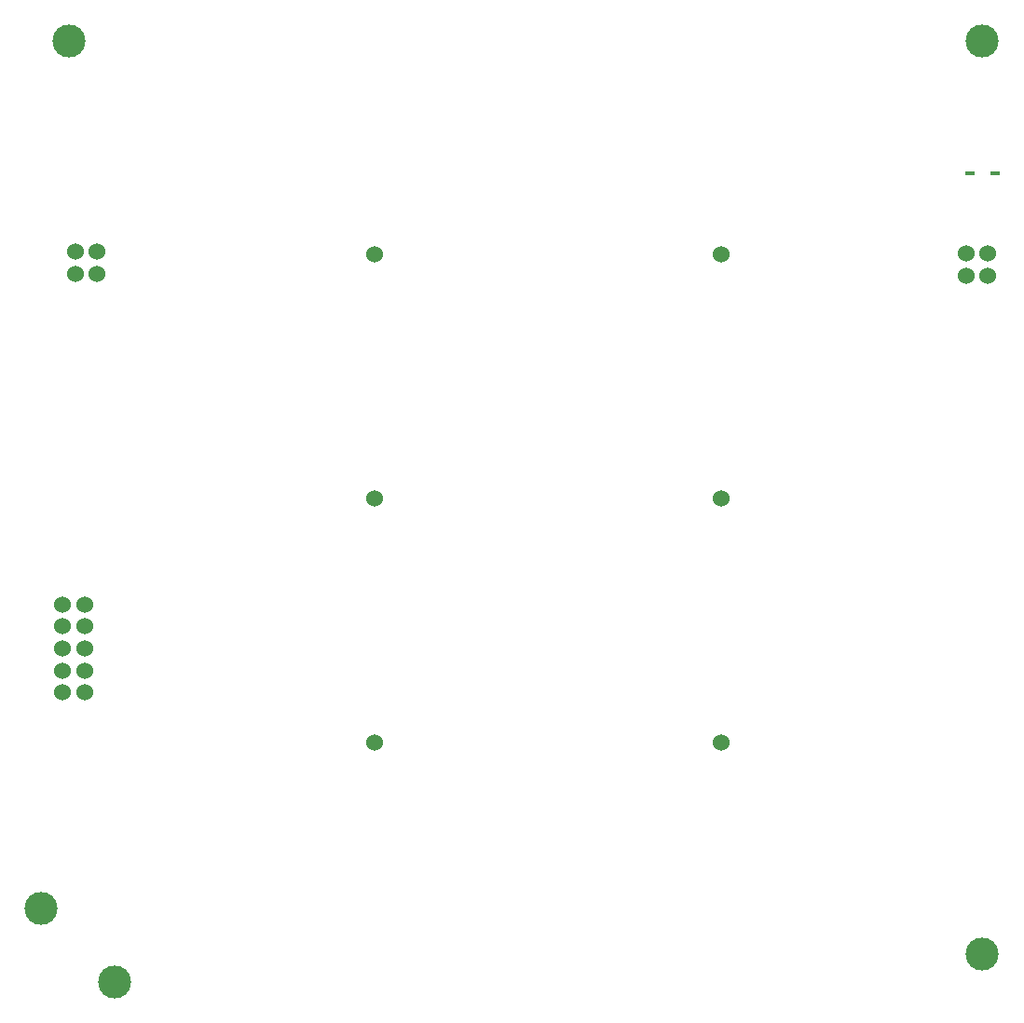
<source format=gbr>
%TF.GenerationSoftware,Altium Limited,Altium Designer,18.1.7 (191)*%
G04 Layer_Color=255*
%FSLAX43Y43*%
%MOMM*%
%TF.FileFunction,Pads,Top*%
%TF.Part,Single*%
G01*
G75*
%TA.AperFunction,SMDPad,CuDef*%
%ADD11R,0.850X0.450*%
%TA.AperFunction,ComponentPad*%
%ADD15C,1.524*%
%TA.AperFunction,ViaPad*%
%ADD16C,3.000*%
D11*
X88894Y75692D02*
D03*
X86644D02*
D03*
D15*
X32512Y46179D02*
D03*
X64012Y24000D02*
D03*
Y68358D02*
D03*
X32512D02*
D03*
Y24000D02*
D03*
X64012Y46179D02*
D03*
X6191Y28512D02*
D03*
X4191D02*
D03*
X6191Y30512D02*
D03*
X4191D02*
D03*
X6191Y32512D02*
D03*
X4191D02*
D03*
X6191Y34512D02*
D03*
X4191D02*
D03*
X6191Y36512D02*
D03*
X4191D02*
D03*
X5323Y68599D02*
D03*
Y66599D02*
D03*
X7323Y68599D02*
D03*
Y66599D02*
D03*
X88265Y68421D02*
D03*
X86265D02*
D03*
X88265Y66421D02*
D03*
X86265D02*
D03*
D16*
X8925Y2200D02*
D03*
X4725Y87750D02*
D03*
X87750D02*
D03*
Y4725D02*
D03*
X2200Y8925D02*
D03*
%TF.MD5,13d9fc2a03f1f31b0ca14bbc3d4d3365*%
M02*

</source>
